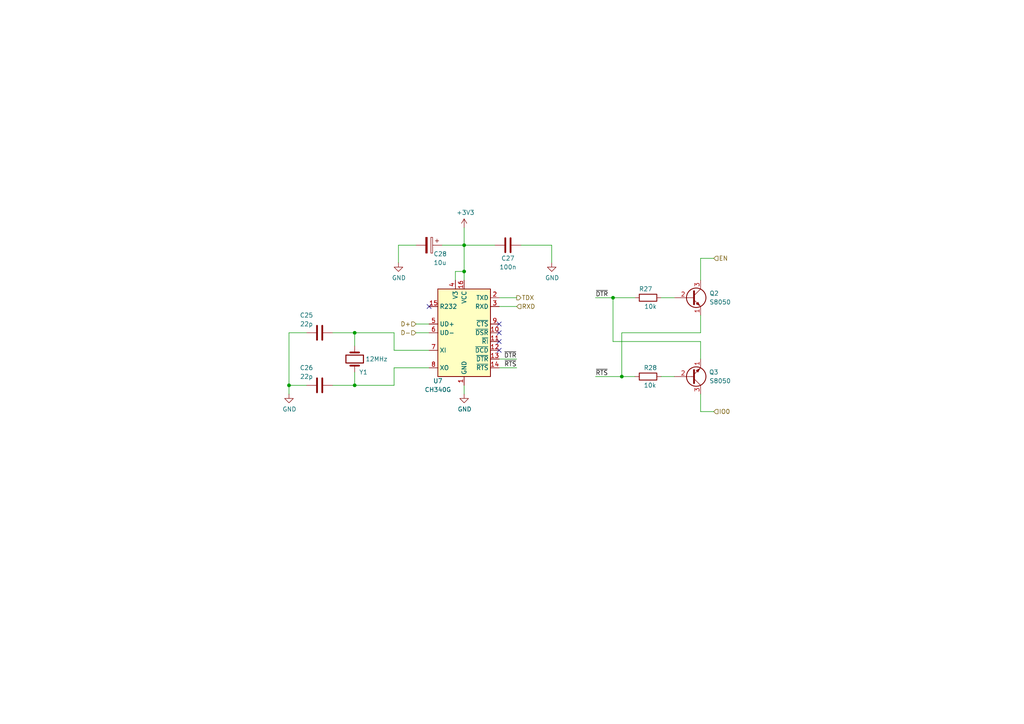
<source format=kicad_sch>
(kicad_sch (version 20211123) (generator eeschema)
  (paper "A4")
  (lib_symbols
    (symbol "Device:C" (pin_numbers hide) (pin_names (offset 0.254))
      (property "Reference" "C" (at 0.635 2.54 0))
      (property "Value" "C" (at 0.635 -2.54 0))
      (symbol "C_0_1"
        (polyline (pts (xy -2.032 -0.762) (xy 2.032 -0.762)) (stroke (width 0.508)))
        (polyline (pts (xy -2.032 0.762) (xy 2.032 0.762)) (stroke (width 0.508)))
      )
      (symbol "C_1_1"
        (pin passive line (at 0 3.81 270) (length 2.794) (name "~") (number "1"))
        (pin passive line (at 0 -3.81 90) (length 2.794) (name "~") (number "2"))
      )
    )
    (symbol "Device:C_Polarized" (pin_numbers hide) (pin_names (offset 0.254))
      (property "Reference" "C" (at 0.635 2.54 0))
      (property "Value" "C_Polarized" (at 0.635 -2.54 0))
      (symbol "C_Polarized_0_1"
        (rectangle (start -2.286 0.508) (end 2.286 1.016))
        (polyline (pts (xy -1.778 2.286) (xy -0.762 2.286)))
        (polyline (pts (xy -1.27 2.794) (xy -1.27 1.778)))
        (rectangle (start 2.286 -0.508) (end -2.286 -1.016) (fill (type outline)))
      )
      (symbol "C_Polarized_1_1"
        (pin passive line (at 0 3.81 270) (length 2.794) (name "~") (number "1"))
        (pin passive line (at 0 -3.81 90) (length 2.794) (name "~") (number "2"))
      )
    )
    (symbol "Device:Crystal" (pin_numbers hide) (pin_names (offset 1.016) hide)
      (property "Reference" "Y" (at 0 3.81 0))
      (property "Value" "Crystal" (at 0 -3.81 0))
      (symbol "Crystal_0_1"
        (rectangle (start -1.143 2.54) (end 1.143 -2.54) (stroke (width 0.3048)))
        (polyline (pts (xy -2.54 0) (xy -1.905 0)))
        (polyline (pts (xy -1.905 -1.27) (xy -1.905 1.27)) (stroke (width 0.508)))
        (polyline (pts (xy 1.905 -1.27) (xy 1.905 1.27)) (stroke (width 0.508)))
        (polyline (pts (xy 2.54 0) (xy 1.905 0)))
      )
      (symbol "Crystal_1_1"
        (pin passive line (at -3.81 0 0) (length 1.27) (name "1") (number "1"))
        (pin passive line (at 3.81 0 180) (length 1.27) (name "2") (number "2"))
      )
    )
    (symbol "Device:R" (pin_numbers hide) (pin_names (offset 0))
      (property "Reference" "R" (at 2.032 0 90))
      (property "Value" "R" (at 0 0 90))
      (symbol "R_0_1"
        (rectangle (start -1.016 -2.54) (end 1.016 2.54) (stroke (width 0.254)))
      )
      (symbol "R_1_1"
        (pin passive line (at 0 3.81 270) (length 1.27) (name "~") (number "1"))
        (pin passive line (at 0 -3.81 90) (length 1.27) (name "~") (number "2"))
      )
    )
    (symbol "Interface_USB:CH340G"
      (property "Reference" "U" (at -5.08 13.97 0))
      (property "Value" "CH340G" (at 1.27 13.97 0))
      (symbol "CH340G_0_1"
        (rectangle (start -7.62 12.7) (end 7.62 -12.7) (stroke (width 0.254)) (fill (type background)))
      )
      (symbol "CH340G_1_1"
        (pin power_in line (at 0 -15.24 90) (length 2.54) (name "GND") (number "1"))
        (pin input line (at 10.16 0 180) (length 2.54) (name "~{DSR}") (number "10"))
        (pin input line (at 10.16 -2.54 180) (length 2.54) (name "~{RI}") (number "11"))
        (pin input line (at 10.16 -5.08 180) (length 2.54) (name "~{DCD}") (number "12"))
        (pin output line (at 10.16 -7.62 180) (length 2.54) (name "~{DTR}") (number "13"))
        (pin output line (at 10.16 -10.16 180) (length 2.54) (name "~{RTS}") (number "14"))
        (pin input line (at -10.16 7.62 0) (length 2.54) (name "R232") (number "15"))
        (pin power_in line (at 0 15.24 270) (length 2.54) (name "VCC") (number "16"))
        (pin output line (at 10.16 10.16 180) (length 2.54) (name "TXD") (number "2"))
        (pin input line (at 10.16 7.62 180) (length 2.54) (name "RXD") (number "3"))
        (pin passive line (at -2.54 15.24 270) (length 2.54) (name "V3") (number "4"))
        (pin bidirectional line (at -10.16 2.54 0) (length 2.54) (name "UD+") (number "5"))
        (pin bidirectional line (at -10.16 0 0) (length 2.54) (name "UD-") (number "6"))
        (pin input line (at -10.16 -5.08 0) (length 2.54) (name "XI") (number "7"))
        (pin output line (at -10.16 -10.16 0) (length 2.54) (name "XO") (number "8"))
        (pin input line (at 10.16 2.54 180) (length 2.54) (name "~{CTS}") (number "9"))
      )
    )
    (symbol "Transistor_BJT:S8050" (pin_names (offset 0) hide)
      (property "Reference" "Q" (at 5.08 1.905 0))
      (property "Value" "S8050" (at 5.08 0 0))
      (symbol "S8050_0_1"
        (polyline (pts (xy 0 0) (xy 0.635 0)))
        (polyline (pts (xy 0.635 0.635) (xy 2.54 2.54)))
        (polyline (pts (xy 0.635 -0.635) (xy 2.54 -2.54) (xy 2.54 -2.54)))
        (polyline (pts (xy 0.635 1.905) (xy 0.635 -1.905) (xy 0.635 -1.905)) (stroke (width 0.508)))
        (polyline (pts (xy 1.27 -1.778) (xy 1.778 -1.27) (xy 2.286 -2.286) (xy 1.27 -1.778) (xy 1.27 -1.778)) (fill (type outline)))
        (circle (center 1.27 0) (radius 2.8194) (stroke (width 0.254)))
      )
      (symbol "S8050_1_1"
        (pin passive line (at 2.54 -5.08 90) (length 2.54) (name "E") (number "1"))
        (pin input line (at -5.08 0 0) (length 5.08) (name "B") (number "2"))
        (pin passive line (at 2.54 5.08 270) (length 2.54) (name "C") (number "3"))
      )
    )
    (symbol "power:+3.3V" (power) (pin_names (offset 0))
      (property "Value" "+3.3V" (at 0 3.556 0))
      (symbol "+3.3V_0_1"
        (polyline (pts (xy -0.762 1.27) (xy 0 2.54)))
        (polyline (pts (xy 0 0) (xy 0 2.54)))
        (polyline (pts (xy 0 2.54) (xy 0.762 1.27)))
      )
      (symbol "+3.3V_1_1"
        (pin power_in line (at 0 0 90) (length 0) hide (name "+3V3") (number "1"))
      )
    )
    (symbol "power:GND" (power) (pin_names (offset 0))
      (property "Value" "GND" (at 0 -3.81 0))
      (symbol "GND_0_1"
        (polyline (pts (xy 0 0) (xy 0 -1.27) (xy 1.27 -1.27) (xy 0 -2.54) (xy -1.27 -1.27) (xy 0 -1.27)))
      )
      (symbol "GND_1_1"
        (pin power_in line (at 0 0 270) (length 0) hide (name "GND") (number "1"))
      )
    )
  )
  (junction (at 102.87 111.76))
  (junction (at 83.82 111.76))
  (junction (at 180.34 109.22))
  (junction (at 134.62 78.74))
  (junction (at 102.87 96.52))
  (junction (at 177.8 86.36))
  (junction (at 134.62 71.12))
  (no_connect (at 144.78 96.52))
  (no_connect (at 144.78 99.06))
  (no_connect (at 144.78 93.98))
  (no_connect (at 124.46 88.9))
  (no_connect (at 144.78 101.6))
  (wire (pts (xy 151.13 71.12) (xy 160.02 71.12)))
  (wire (pts (xy 134.62 66.04) (xy 134.62 71.12)))
  (wire (pts (xy 124.46 106.68) (xy 114.3 106.68)))
  (wire (pts (xy 144.78 86.36) (xy 149.86 86.36)))
  (wire (pts (xy 207.01 119.38) (xy 203.2 119.38)))
  (wire (pts (xy 96.52 96.52) (xy 102.87 96.52)))
  (wire (pts (xy 114.3 106.68) (xy 114.3 111.76)))
  (wire (pts (xy 172.72 109.22) (xy 180.34 109.22)))
  (wire (pts (xy 83.82 111.76) (xy 83.82 114.3)))
  (wire (pts (xy 177.8 99.06) (xy 203.2 99.06)))
  (wire (pts (xy 120.65 71.12) (xy 115.57 71.12)))
  (wire (pts (xy 177.8 86.36) (xy 177.8 99.06)))
  (wire (pts (xy 144.78 106.68) (xy 149.86 106.68)))
  (wire (pts (xy 115.57 71.12) (xy 115.57 76.2)))
  (wire (pts (xy 149.86 88.9) (xy 144.78 88.9)))
  (wire (pts (xy 83.82 96.52) (xy 83.82 111.76)))
  (wire (pts (xy 180.34 96.52) (xy 180.34 109.22)))
  (wire (pts (xy 134.62 111.76) (xy 134.62 114.3)))
  (wire (pts (xy 203.2 99.06) (xy 203.2 104.14)))
  (wire (pts (xy 96.52 111.76) (xy 102.87 111.76)))
  (wire (pts (xy 203.2 74.93) (xy 207.01 74.93)))
  (wire (pts (xy 180.34 109.22) (xy 184.15 109.22)))
  (wire (pts (xy 114.3 96.52) (xy 114.3 101.6)))
  (wire (pts (xy 191.77 109.22) (xy 195.58 109.22)))
  (wire (pts (xy 114.3 111.76) (xy 102.87 111.76)))
  (wire (pts (xy 203.2 114.3) (xy 203.2 119.38)))
  (wire (pts (xy 203.2 81.28) (xy 203.2 74.93)))
  (wire (pts (xy 134.62 71.12) (xy 134.62 78.74)))
  (wire (pts (xy 88.9 96.52) (xy 83.82 96.52)))
  (wire (pts (xy 184.15 86.36) (xy 177.8 86.36)))
  (wire (pts (xy 114.3 101.6) (xy 124.46 101.6)))
  (wire (pts (xy 160.02 76.2) (xy 160.02 71.12)))
  (wire (pts (xy 143.51 71.12) (xy 134.62 71.12)))
  (wire (pts (xy 114.3 96.52) (xy 102.87 96.52)))
  (wire (pts (xy 191.77 86.36) (xy 195.58 86.36)))
  (wire (pts (xy 120.65 93.98) (xy 124.46 93.98)))
  (wire (pts (xy 144.78 104.14) (xy 149.86 104.14)))
  (wire (pts (xy 203.2 96.52) (xy 180.34 96.52)))
  (wire (pts (xy 172.72 86.36) (xy 177.8 86.36)))
  (wire (pts (xy 134.62 78.74) (xy 134.62 81.28)))
  (wire (pts (xy 203.2 91.44) (xy 203.2 96.52)))
  (wire (pts (xy 102.87 100.33) (xy 102.87 96.52)))
  (wire (pts (xy 132.08 78.74) (xy 134.62 78.74)))
  (wire (pts (xy 88.9 111.76) (xy 83.82 111.76)))
  (wire (pts (xy 128.27 71.12) (xy 134.62 71.12)))
  (wire (pts (xy 132.08 81.28) (xy 132.08 78.74)))
  (wire (pts (xy 124.46 96.52) (xy 120.65 96.52)))
  (wire (pts (xy 102.87 107.95) (xy 102.87 111.76)))
  (label "~{RTS}" (at 149.86 106.68 180))
  (label "~{DTR}" (at 172.72 86.36 0))
  (label "~{DTR}" (at 149.86 104.14 180))
  (label "~{RTS}" (at 172.72 109.22 0))
  (hierarchical_label "TDX" (shape output) (at 149.86 86.36 0))
  (hierarchical_label "RXD" (shape input) (at 149.86 88.9 0))
  (hierarchical_label "IO0" (shape input) (at 207.01 119.38 0))
  (hierarchical_label "EN" (shape input) (at 207.01 74.93 0))
  (hierarchical_label "D+" (shape input) (at 120.65 93.98 180))
  (hierarchical_label "D-" (shape input) (at 120.65 96.52 180))
  (symbol (lib_id "power:GND") (at 134.62 114.3 0) (unit 1)
    (property "Reference" "#PWR070" (effects hide))
    (property "Value" "GND" (at 134.747 118.6942 0))
  )
  (symbol (lib_id "power:+3.3V") (at 134.62 66.04 0) (unit 1)
    (property "Reference" "#PWR069" (effects hide))
    (property "Value" "+3.3V" (at 135.001 61.6458 0))
  )
  (symbol (lib_id "Device:C") (at 147.32 71.12 90) (unit 1)
    (property "Reference" "C27" (at 147.32 74.93 90))
    (property "Value" "100n" (at 147.32 77.47 90))
    (property "Footprint" "Capacitor_SMD:C_0805_2012Metric_Pad1.18x1.45mm_HandSolder" (effects hide))
  )
  (symbol (lib_id "Device:Crystal") (at 102.87 104.14 90) (unit 1)
    (property "Reference" "Y1" (at 104.14 107.95 90) (effects (justify right)))
    (property "Value" "12MHz" (at 109.22 104.14 90))
    (property "Footprint" "Crystal:Crystal_SMD_HC49-SD" (effects hide))
  )
  (symbol (lib_id "Device:C") (at 92.71 111.76 270) (unit 1)
    (property "Reference" "C26" (at 88.9 106.68 90))
    (property "Value" "22p" (at 88.9 109.22 90))
    (property "Footprint" "Capacitor_SMD:C_0805_2012Metric_Pad1.18x1.45mm_HandSolder" (effects hide))
  )
  (symbol (lib_id "power:GND") (at 83.82 114.3 0) (unit 1)
    (property "Reference" "#PWR068" (effects hide))
    (property "Value" "GND" (at 83.947 118.6942 0))
  )
  (symbol (lib_id "Device:R") (at 187.96 86.36 90) (unit 1)
    (property "Reference" "R27" (at 189.23 83.82 90) (effects (justify left)))
    (property "Value" "10k" (at 190.5 88.9 90) (effects (justify left)))
    (property "Footprint" "Resistor_SMD:R_0805_2012Metric_Pad1.20x1.40mm_HandSolder" (effects hide))
  )
  (symbol (lib_id "Interface_USB:CH340G") (at 134.62 96.52 0) (unit 1)
    (property "Reference" "U7" (at 127 110.49 0))
    (property "Value" "CH340G" (at 127 113.03 0))
    (property "Footprint" "Package_SO:SOIC-16_3.9x9.9mm_P1.27mm" (effects hide))
    (property "Datasheet" "http://www.datasheet5.com/pdf-local-2195953" (effects hide))
  )
  (symbol (lib_id "power:GND") (at 160.02 76.2 0) (unit 1)
    (property "Reference" "#PWR071" (effects hide))
    (property "Value" "GND" (at 160.147 80.5942 0))
  )
  (symbol (lib_id "Device:C") (at 92.71 96.52 270) (unit 1)
    (property "Reference" "C25" (at 88.9 91.44 90))
    (property "Value" "22p" (at 88.9 93.98 90))
    (property "Footprint" "Capacitor_SMD:C_0805_2012Metric_Pad1.18x1.45mm_HandSolder" (effects hide))
  )
  (symbol (lib_id "Transistor_BJT:S8050") (at 200.66 109.22 0) (mirror x) (unit 1)
    (property "Reference" "Q3" (at 207.01 107.95 0))
    (property "Value" "S8050" (at 205.74 110.49 0) (effects (justify left)))
    (property "Footprint" "Package_TO_SOT_SMD:SOT-23" (effects hide))
    (property "Datasheet" "http://www.unisonic.com.tw/datasheet/S8050.pdf" (effects hide))
  )
  (symbol (lib_id "Transistor_BJT:S8050") (at 200.66 86.36 0) (unit 1)
    (property "Reference" "Q2" (at 205.74 85.09 0) (effects (justify left)))
    (property "Value" "S8050" (at 205.74 87.63 0) (effects (justify left)))
    (property "Footprint" "Package_TO_SOT_SMD:SOT-23" (effects hide))
    (property "Datasheet" "http://www.unisonic.com.tw/datasheet/S8050.pdf" (effects hide))
  )
  (symbol (lib_id "Device:R") (at 187.96 109.22 270) (unit 1)
    (property "Reference" "R28" (at 186.69 106.68 90) (effects (justify left)))
    (property "Value" "10k" (at 186.69 111.76 90) (effects (justify left)))
    (property "Footprint" "Resistor_SMD:R_0805_2012Metric_Pad1.20x1.40mm_HandSolder" (effects hide))
  )
  (symbol (lib_id "power:GND") (at 115.57 76.2 0) (unit 1)
    (property "Reference" "#PWR073" (effects hide))
    (property "Value" "GND" (at 115.697 80.5942 0))
  )
  (symbol (lib_id "Device:C_Polarized") (at 124.46 71.12 270) (unit 1)
    (property "Reference" "C28" (at 125.73 73.66 90) (effects (justify left)))
    (property "Value" "10u" (at 125.73 76.2 90) (effects (justify left)))
    (property "Footprint" "Capacitor_Tantalum_SMD:CP_EIA-3528-21_Kemet-B_Pad1.50x2.35mm_HandSolder" (effects hide))
  )
)
</source>
